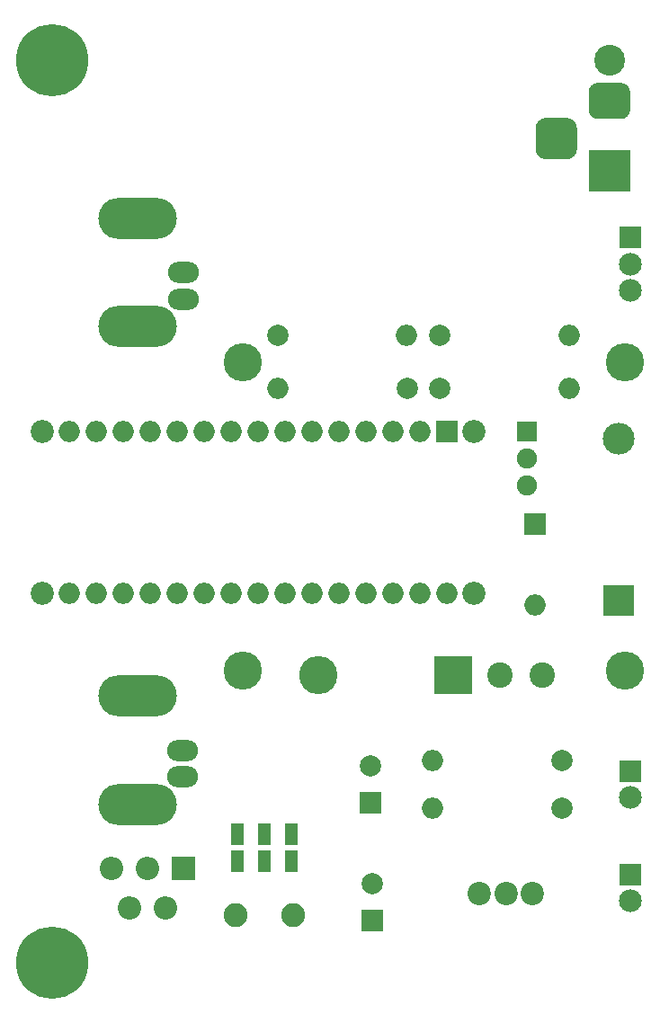
<source format=gbr>
G04 #@! TF.GenerationSoftware,KiCad,Pcbnew,5.1.6-c6e7f7d~87~ubuntu20.04.1*
G04 #@! TF.CreationDate,2020-07-24T19:13:23+01:00*
G04 #@! TF.ProjectId,OpenSpritzer_1.3,4f70656e-5370-4726-9974-7a65725f312e,rev?*
G04 #@! TF.SameCoordinates,Original*
G04 #@! TF.FileFunction,Soldermask,Top*
G04 #@! TF.FilePolarity,Negative*
%FSLAX46Y46*%
G04 Gerber Fmt 4.6, Leading zero omitted, Abs format (unit mm)*
G04 Created by KiCad (PCBNEW 5.1.6-c6e7f7d~87~ubuntu20.04.1) date 2020-07-24 19:13:23*
%MOMM*%
%LPD*%
G01*
G04 APERTURE LIST*
%ADD10C,2.150000*%
%ADD11R,2.150000X2.150000*%
%ADD12C,2.200000*%
%ADD13O,3.000000X3.000000*%
%ADD14R,3.000000X3.000000*%
%ADD15C,2.000000*%
%ADD16O,2.000000X2.000000*%
%ADD17C,2.400000*%
%ADD18R,2.000000X2.000000*%
%ADD19C,2.180000*%
%ADD20R,1.900000X1.900000*%
%ADD21C,1.900000*%
%ADD22R,3.900000X3.900000*%
%ADD23C,2.900000*%
%ADD24C,6.800000*%
%ADD25R,3.600000X3.600000*%
%ADD26O,3.600000X3.600000*%
%ADD27R,1.150000X2.150000*%
%ADD28C,2.250000*%
%ADD29C,3.600000*%
%ADD30O,7.400240X3.900120*%
%ADD31O,2.899360X2.000200*%
%ADD32R,2.200000X2.200000*%
%ADD33O,2.200000X2.200000*%
G04 APERTURE END LIST*
D10*
X154500000Y-86700000D03*
X154500000Y-84200000D03*
D11*
X154500000Y-81700000D03*
X154500000Y-141700000D03*
D10*
X154500000Y-144200000D03*
D11*
X154500000Y-131950000D03*
D10*
X154500000Y-134450000D03*
D12*
X145260000Y-143480000D03*
X142760000Y-143480000D03*
X140260000Y-143480000D03*
D13*
X153340000Y-100630000D03*
D14*
X153340000Y-115870000D03*
D15*
X136500000Y-90950000D03*
D16*
X148680000Y-90950000D03*
D15*
X148000000Y-130950000D03*
D16*
X135820000Y-130950000D03*
D15*
X148000000Y-135450000D03*
D16*
X135820000Y-135450000D03*
D15*
X136500000Y-95950000D03*
D16*
X148680000Y-95950000D03*
D15*
X121250000Y-90950000D03*
D16*
X133430000Y-90950000D03*
D15*
X133500000Y-95950000D03*
D16*
X121320000Y-95950000D03*
D17*
X146175000Y-122950000D03*
X142175000Y-122950000D03*
D18*
X137200000Y-100000000D03*
D16*
X104180000Y-115240000D03*
X134660000Y-100000000D03*
X106720000Y-115240000D03*
X132120000Y-100000000D03*
X109260000Y-115240000D03*
X129580000Y-100000000D03*
X111800000Y-115240000D03*
X127040000Y-100000000D03*
X114340000Y-115240000D03*
X124500000Y-100000000D03*
X116880000Y-115240000D03*
X121960000Y-100000000D03*
X119420000Y-115240000D03*
X119420000Y-100000000D03*
X121960000Y-115240000D03*
X116880000Y-100000000D03*
X124500000Y-115240000D03*
X114340000Y-100000000D03*
X127040000Y-115240000D03*
X111800000Y-100000000D03*
X129580000Y-115240000D03*
X109260000Y-100000000D03*
X132120000Y-115240000D03*
X106720000Y-100000000D03*
X134660000Y-115240000D03*
X104180000Y-100000000D03*
X137200000Y-115240000D03*
X101640000Y-100000000D03*
X101640000Y-115240000D03*
D19*
X139740000Y-100000000D03*
X139740000Y-115240000D03*
X99100000Y-115240000D03*
X99100000Y-100000000D03*
D20*
X144750000Y-99950000D03*
D21*
X144750000Y-105030000D03*
X144750000Y-102490000D03*
G36*
G01*
X146525000Y-70450000D02*
X148475000Y-70450000D01*
G75*
G02*
X149450000Y-71425000I0J-975000D01*
G01*
X149450000Y-73375000D01*
G75*
G02*
X148475000Y-74350000I-975000J0D01*
G01*
X146525000Y-74350000D01*
G75*
G02*
X145550000Y-73375000I0J975000D01*
G01*
X145550000Y-71425000D01*
G75*
G02*
X146525000Y-70450000I975000J0D01*
G01*
G37*
G36*
G01*
X151400000Y-67150000D02*
X153600000Y-67150000D01*
G75*
G02*
X154450000Y-68000000I0J-850000D01*
G01*
X154450000Y-69700000D01*
G75*
G02*
X153600000Y-70550000I-850000J0D01*
G01*
X151400000Y-70550000D01*
G75*
G02*
X150550000Y-69700000I0J850000D01*
G01*
X150550000Y-68000000D01*
G75*
G02*
X151400000Y-67150000I850000J0D01*
G01*
G37*
D22*
X152500000Y-75450000D03*
D23*
X152500000Y-65050000D03*
D24*
X100000000Y-65000000D03*
D25*
X137800000Y-122950000D03*
D26*
X125100000Y-122950000D03*
D27*
X117460000Y-137930000D03*
X120000000Y-137930000D03*
X122540000Y-137930000D03*
X117460000Y-140470000D03*
X120000000Y-140470000D03*
X122540000Y-140470000D03*
D28*
X117300000Y-145550000D03*
X122700000Y-145550000D03*
D18*
X130200000Y-146050000D03*
D15*
X130200000Y-142550000D03*
X130000000Y-131450000D03*
D18*
X130000000Y-134950000D03*
D29*
X118000000Y-93500000D03*
X118000000Y-122500000D03*
D30*
X108111600Y-90097780D03*
X108111600Y-79899680D03*
D31*
X112376260Y-85000000D03*
X112376260Y-87499360D03*
D18*
X145500000Y-108700000D03*
D16*
X145500000Y-116320000D03*
D29*
X154000000Y-93500000D03*
D32*
X112400000Y-141150000D03*
D33*
X110700000Y-144850000D03*
X109000000Y-141150000D03*
X107300000Y-144850000D03*
X105600000Y-141150000D03*
D29*
X154000000Y-122500000D03*
D31*
X112301260Y-132499360D03*
X112301260Y-130000000D03*
D30*
X108036600Y-124899680D03*
X108036600Y-135097780D03*
D24*
X100000000Y-150000000D03*
M02*

</source>
